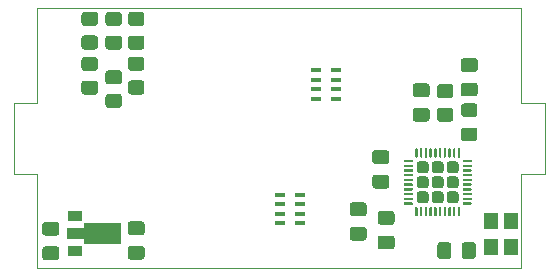
<source format=gbp>
G04 #@! TF.GenerationSoftware,KiCad,Pcbnew,(5.1.10)-1*
G04 #@! TF.CreationDate,2023-01-31T14:41:16+02:00*
G04 #@! TF.ProjectId,voltmeter,766f6c74-6d65-4746-9572-2e6b69636164,rev?*
G04 #@! TF.SameCoordinates,Original*
G04 #@! TF.FileFunction,Paste,Bot*
G04 #@! TF.FilePolarity,Positive*
%FSLAX46Y46*%
G04 Gerber Fmt 4.6, Leading zero omitted, Abs format (unit mm)*
G04 Created by KiCad (PCBNEW (5.1.10)-1) date 2023-01-31 14:41:16*
%MOMM*%
%LPD*%
G01*
G04 APERTURE LIST*
G04 #@! TA.AperFunction,Profile*
%ADD10C,0.050000*%
G04 #@! TD*
%ADD11R,1.200000X1.400000*%
%ADD12R,0.900000X0.400000*%
%ADD13C,0.100000*%
%ADD14R,1.300000X0.900000*%
G04 APERTURE END LIST*
D10*
X52578000Y-78048000D02*
X52578000Y-86048000D01*
X50578000Y-86048000D02*
X50578000Y-92048000D01*
X52578000Y-86048000D02*
X50578000Y-86048000D01*
X52578000Y-92048000D02*
X50578000Y-92048000D01*
X52578000Y-92048000D02*
X52578000Y-100048000D01*
X93578000Y-92048000D02*
X93578000Y-100048000D01*
X95578000Y-92048000D02*
X93578000Y-92048000D01*
X95578000Y-86048000D02*
X93578000Y-86048000D01*
X95578000Y-86048000D02*
X95578000Y-92048000D01*
X52578000Y-100048000D02*
X93578000Y-100048000D01*
X93578000Y-78048000D02*
X93578000Y-86048000D01*
X52578000Y-78048000D02*
X93578000Y-78048000D01*
D11*
X92683700Y-98274200D03*
X92683700Y-96074200D03*
X90983700Y-96074200D03*
X90983700Y-98274200D03*
D12*
X74864700Y-93853300D03*
X74864700Y-94653300D03*
X74864700Y-95453300D03*
X74864700Y-96253300D03*
X73164700Y-93853300D03*
X73164700Y-96253300D03*
X73164700Y-94653300D03*
X73164700Y-95453300D03*
G36*
G01*
X79281000Y-96553500D02*
X80231000Y-96553500D01*
G75*
G02*
X80481000Y-96803500I0J-250000D01*
G01*
X80481000Y-97478500D01*
G75*
G02*
X80231000Y-97728500I-250000J0D01*
G01*
X79281000Y-97728500D01*
G75*
G02*
X79031000Y-97478500I0J250000D01*
G01*
X79031000Y-96803500D01*
G75*
G02*
X79281000Y-96553500I250000J0D01*
G01*
G37*
G36*
G01*
X79281000Y-94478500D02*
X80231000Y-94478500D01*
G75*
G02*
X80481000Y-94728500I0J-250000D01*
G01*
X80481000Y-95403500D01*
G75*
G02*
X80231000Y-95653500I-250000J0D01*
G01*
X79281000Y-95653500D01*
G75*
G02*
X79031000Y-95403500I0J250000D01*
G01*
X79031000Y-94728500D01*
G75*
G02*
X79281000Y-94478500I250000J0D01*
G01*
G37*
G36*
G01*
X81643200Y-97285200D02*
X82593200Y-97285200D01*
G75*
G02*
X82843200Y-97535200I0J-250000D01*
G01*
X82843200Y-98210200D01*
G75*
G02*
X82593200Y-98460200I-250000J0D01*
G01*
X81643200Y-98460200D01*
G75*
G02*
X81393200Y-98210200I0J250000D01*
G01*
X81393200Y-97535200D01*
G75*
G02*
X81643200Y-97285200I250000J0D01*
G01*
G37*
G36*
G01*
X81643200Y-95210200D02*
X82593200Y-95210200D01*
G75*
G02*
X82843200Y-95460200I0J-250000D01*
G01*
X82843200Y-96135200D01*
G75*
G02*
X82593200Y-96385200I-250000J0D01*
G01*
X81643200Y-96385200D01*
G75*
G02*
X81393200Y-96135200I0J250000D01*
G01*
X81393200Y-95460200D01*
G75*
G02*
X81643200Y-95210200I250000J0D01*
G01*
G37*
G36*
G01*
X82136000Y-91237800D02*
X81186000Y-91237800D01*
G75*
G02*
X80936000Y-90987800I0J250000D01*
G01*
X80936000Y-90312800D01*
G75*
G02*
X81186000Y-90062800I250000J0D01*
G01*
X82136000Y-90062800D01*
G75*
G02*
X82386000Y-90312800I0J-250000D01*
G01*
X82386000Y-90987800D01*
G75*
G02*
X82136000Y-91237800I-250000J0D01*
G01*
G37*
G36*
G01*
X82136000Y-93312800D02*
X81186000Y-93312800D01*
G75*
G02*
X80936000Y-93062800I0J250000D01*
G01*
X80936000Y-92387800D01*
G75*
G02*
X81186000Y-92137800I250000J0D01*
G01*
X82136000Y-92137800D01*
G75*
G02*
X82386000Y-92387800I0J-250000D01*
G01*
X82386000Y-93062800D01*
G75*
G02*
X82136000Y-93312800I-250000J0D01*
G01*
G37*
D13*
G36*
X59704000Y-97964500D02*
G01*
X56579000Y-97964500D01*
X56579000Y-97548000D01*
X55104000Y-97548000D01*
X55104000Y-96648000D01*
X56579000Y-96648000D01*
X56579000Y-96231500D01*
X59704000Y-96231500D01*
X59704000Y-97964500D01*
G37*
D14*
X55754000Y-95598000D03*
X55754000Y-98598000D03*
G36*
G01*
X60485000Y-98161500D02*
X61435000Y-98161500D01*
G75*
G02*
X61685000Y-98411500I0J-250000D01*
G01*
X61685000Y-99086500D01*
G75*
G02*
X61435000Y-99336500I-250000J0D01*
G01*
X60485000Y-99336500D01*
G75*
G02*
X60235000Y-99086500I0J250000D01*
G01*
X60235000Y-98411500D01*
G75*
G02*
X60485000Y-98161500I250000J0D01*
G01*
G37*
G36*
G01*
X60485000Y-96086500D02*
X61435000Y-96086500D01*
G75*
G02*
X61685000Y-96336500I0J-250000D01*
G01*
X61685000Y-97011500D01*
G75*
G02*
X61435000Y-97261500I-250000J0D01*
G01*
X60485000Y-97261500D01*
G75*
G02*
X60235000Y-97011500I0J250000D01*
G01*
X60235000Y-96336500D01*
G75*
G02*
X60485000Y-96086500I250000J0D01*
G01*
G37*
G36*
G01*
X53246000Y-98204500D02*
X54196000Y-98204500D01*
G75*
G02*
X54446000Y-98454500I0J-250000D01*
G01*
X54446000Y-99129500D01*
G75*
G02*
X54196000Y-99379500I-250000J0D01*
G01*
X53246000Y-99379500D01*
G75*
G02*
X52996000Y-99129500I0J250000D01*
G01*
X52996000Y-98454500D01*
G75*
G02*
X53246000Y-98204500I250000J0D01*
G01*
G37*
G36*
G01*
X53246000Y-96129500D02*
X54196000Y-96129500D01*
G75*
G02*
X54446000Y-96379500I0J-250000D01*
G01*
X54446000Y-97054500D01*
G75*
G02*
X54196000Y-97304500I-250000J0D01*
G01*
X53246000Y-97304500D01*
G75*
G02*
X52996000Y-97054500I0J250000D01*
G01*
X52996000Y-96379500D01*
G75*
G02*
X53246000Y-96129500I250000J0D01*
G01*
G37*
G36*
G01*
X89604001Y-87250000D02*
X88703999Y-87250000D01*
G75*
G02*
X88454000Y-87000001I0J249999D01*
G01*
X88454000Y-86349999D01*
G75*
G02*
X88703999Y-86100000I249999J0D01*
G01*
X89604001Y-86100000D01*
G75*
G02*
X89854000Y-86349999I0J-249999D01*
G01*
X89854000Y-87000001D01*
G75*
G02*
X89604001Y-87250000I-249999J0D01*
G01*
G37*
G36*
G01*
X89604001Y-89300000D02*
X88703999Y-89300000D01*
G75*
G02*
X88454000Y-89050001I0J249999D01*
G01*
X88454000Y-88399999D01*
G75*
G02*
X88703999Y-88150000I249999J0D01*
G01*
X89604001Y-88150000D01*
G75*
G02*
X89854000Y-88399999I0J-249999D01*
G01*
X89854000Y-89050001D01*
G75*
G02*
X89604001Y-89300000I-249999J0D01*
G01*
G37*
G36*
G01*
X89629000Y-83440000D02*
X88679000Y-83440000D01*
G75*
G02*
X88429000Y-83190000I0J250000D01*
G01*
X88429000Y-82515000D01*
G75*
G02*
X88679000Y-82265000I250000J0D01*
G01*
X89629000Y-82265000D01*
G75*
G02*
X89879000Y-82515000I0J-250000D01*
G01*
X89879000Y-83190000D01*
G75*
G02*
X89629000Y-83440000I-250000J0D01*
G01*
G37*
G36*
G01*
X89629000Y-85515000D02*
X88679000Y-85515000D01*
G75*
G02*
X88429000Y-85265000I0J250000D01*
G01*
X88429000Y-84590000D01*
G75*
G02*
X88679000Y-84340000I250000J0D01*
G01*
X89629000Y-84340000D01*
G75*
G02*
X89879000Y-84590000I0J-250000D01*
G01*
X89879000Y-85265000D01*
G75*
G02*
X89629000Y-85515000I-250000J0D01*
G01*
G37*
G36*
G01*
X85565000Y-85577500D02*
X84615000Y-85577500D01*
G75*
G02*
X84365000Y-85327500I0J250000D01*
G01*
X84365000Y-84652500D01*
G75*
G02*
X84615000Y-84402500I250000J0D01*
G01*
X85565000Y-84402500D01*
G75*
G02*
X85815000Y-84652500I0J-250000D01*
G01*
X85815000Y-85327500D01*
G75*
G02*
X85565000Y-85577500I-250000J0D01*
G01*
G37*
G36*
G01*
X85565000Y-87652500D02*
X84615000Y-87652500D01*
G75*
G02*
X84365000Y-87402500I0J250000D01*
G01*
X84365000Y-86727500D01*
G75*
G02*
X84615000Y-86477500I250000J0D01*
G01*
X85565000Y-86477500D01*
G75*
G02*
X85815000Y-86727500I0J-250000D01*
G01*
X85815000Y-87402500D01*
G75*
G02*
X85565000Y-87652500I-250000J0D01*
G01*
G37*
G36*
G01*
X87628400Y-98083500D02*
X87628400Y-99033500D01*
G75*
G02*
X87378400Y-99283500I-250000J0D01*
G01*
X86703400Y-99283500D01*
G75*
G02*
X86453400Y-99033500I0J250000D01*
G01*
X86453400Y-98083500D01*
G75*
G02*
X86703400Y-97833500I250000J0D01*
G01*
X87378400Y-97833500D01*
G75*
G02*
X87628400Y-98083500I0J-250000D01*
G01*
G37*
G36*
G01*
X89703400Y-98083500D02*
X89703400Y-99033500D01*
G75*
G02*
X89453400Y-99283500I-250000J0D01*
G01*
X88778400Y-99283500D01*
G75*
G02*
X88528400Y-99033500I0J250000D01*
G01*
X88528400Y-98083500D01*
G75*
G02*
X88778400Y-97833500I250000J0D01*
G01*
X89453400Y-97833500D01*
G75*
G02*
X89703400Y-98083500I0J-250000D01*
G01*
G37*
G36*
G01*
X61410001Y-79553000D02*
X60509999Y-79553000D01*
G75*
G02*
X60260000Y-79303001I0J249999D01*
G01*
X60260000Y-78602999D01*
G75*
G02*
X60509999Y-78353000I249999J0D01*
G01*
X61410001Y-78353000D01*
G75*
G02*
X61660000Y-78602999I0J-249999D01*
G01*
X61660000Y-79303001D01*
G75*
G02*
X61410001Y-79553000I-249999J0D01*
G01*
G37*
G36*
G01*
X61410001Y-81553000D02*
X60509999Y-81553000D01*
G75*
G02*
X60260000Y-81303001I0J249999D01*
G01*
X60260000Y-80602999D01*
G75*
G02*
X60509999Y-80353000I249999J0D01*
G01*
X61410001Y-80353000D01*
G75*
G02*
X61660000Y-80602999I0J-249999D01*
G01*
X61660000Y-81303001D01*
G75*
G02*
X61410001Y-81553000I-249999J0D01*
G01*
G37*
G36*
G01*
X61410001Y-83347000D02*
X60509999Y-83347000D01*
G75*
G02*
X60260000Y-83097001I0J249999D01*
G01*
X60260000Y-82396999D01*
G75*
G02*
X60509999Y-82147000I249999J0D01*
G01*
X61410001Y-82147000D01*
G75*
G02*
X61660000Y-82396999I0J-249999D01*
G01*
X61660000Y-83097001D01*
G75*
G02*
X61410001Y-83347000I-249999J0D01*
G01*
G37*
G36*
G01*
X61410001Y-85347000D02*
X60509999Y-85347000D01*
G75*
G02*
X60260000Y-85097001I0J249999D01*
G01*
X60260000Y-84396999D01*
G75*
G02*
X60509999Y-84147000I249999J0D01*
G01*
X61410001Y-84147000D01*
G75*
G02*
X61660000Y-84396999I0J-249999D01*
G01*
X61660000Y-85097001D01*
G75*
G02*
X61410001Y-85347000I-249999J0D01*
G01*
G37*
G36*
G01*
X59505001Y-79553000D02*
X58604999Y-79553000D01*
G75*
G02*
X58355000Y-79303001I0J249999D01*
G01*
X58355000Y-78602999D01*
G75*
G02*
X58604999Y-78353000I249999J0D01*
G01*
X59505001Y-78353000D01*
G75*
G02*
X59755000Y-78602999I0J-249999D01*
G01*
X59755000Y-79303001D01*
G75*
G02*
X59505001Y-79553000I-249999J0D01*
G01*
G37*
G36*
G01*
X59505001Y-81553000D02*
X58604999Y-81553000D01*
G75*
G02*
X58355000Y-81303001I0J249999D01*
G01*
X58355000Y-80602999D01*
G75*
G02*
X58604999Y-80353000I249999J0D01*
G01*
X59505001Y-80353000D01*
G75*
G02*
X59755000Y-80602999I0J-249999D01*
G01*
X59755000Y-81303001D01*
G75*
G02*
X59505001Y-81553000I-249999J0D01*
G01*
G37*
G36*
G01*
X59505001Y-84490000D02*
X58604999Y-84490000D01*
G75*
G02*
X58355000Y-84240001I0J249999D01*
G01*
X58355000Y-83539999D01*
G75*
G02*
X58604999Y-83290000I249999J0D01*
G01*
X59505001Y-83290000D01*
G75*
G02*
X59755000Y-83539999I0J-249999D01*
G01*
X59755000Y-84240001D01*
G75*
G02*
X59505001Y-84490000I-249999J0D01*
G01*
G37*
G36*
G01*
X59505001Y-86490000D02*
X58604999Y-86490000D01*
G75*
G02*
X58355000Y-86240001I0J249999D01*
G01*
X58355000Y-85539999D01*
G75*
G02*
X58604999Y-85290000I249999J0D01*
G01*
X59505001Y-85290000D01*
G75*
G02*
X59755000Y-85539999I0J-249999D01*
G01*
X59755000Y-86240001D01*
G75*
G02*
X59505001Y-86490000I-249999J0D01*
G01*
G37*
G36*
G01*
X57473001Y-79537000D02*
X56572999Y-79537000D01*
G75*
G02*
X56323000Y-79287001I0J249999D01*
G01*
X56323000Y-78586999D01*
G75*
G02*
X56572999Y-78337000I249999J0D01*
G01*
X57473001Y-78337000D01*
G75*
G02*
X57723000Y-78586999I0J-249999D01*
G01*
X57723000Y-79287001D01*
G75*
G02*
X57473001Y-79537000I-249999J0D01*
G01*
G37*
G36*
G01*
X57473001Y-81537000D02*
X56572999Y-81537000D01*
G75*
G02*
X56323000Y-81287001I0J249999D01*
G01*
X56323000Y-80586999D01*
G75*
G02*
X56572999Y-80337000I249999J0D01*
G01*
X57473001Y-80337000D01*
G75*
G02*
X57723000Y-80586999I0J-249999D01*
G01*
X57723000Y-81287001D01*
G75*
G02*
X57473001Y-81537000I-249999J0D01*
G01*
G37*
G36*
G01*
X57473001Y-83363000D02*
X56572999Y-83363000D01*
G75*
G02*
X56323000Y-83113001I0J249999D01*
G01*
X56323000Y-82412999D01*
G75*
G02*
X56572999Y-82163000I249999J0D01*
G01*
X57473001Y-82163000D01*
G75*
G02*
X57723000Y-82412999I0J-249999D01*
G01*
X57723000Y-83113001D01*
G75*
G02*
X57473001Y-83363000I-249999J0D01*
G01*
G37*
G36*
G01*
X57473001Y-85363000D02*
X56572999Y-85363000D01*
G75*
G02*
X56323000Y-85113001I0J249999D01*
G01*
X56323000Y-84412999D01*
G75*
G02*
X56572999Y-84163000I249999J0D01*
G01*
X57473001Y-84163000D01*
G75*
G02*
X57723000Y-84412999I0J-249999D01*
G01*
X57723000Y-85113001D01*
G75*
G02*
X57473001Y-85363000I-249999J0D01*
G01*
G37*
D12*
X77850100Y-83286900D03*
X77850100Y-84086900D03*
X77850100Y-84886900D03*
X77850100Y-85686900D03*
X76150100Y-83286900D03*
X76150100Y-85686900D03*
X76150100Y-84086900D03*
X76150100Y-84886900D03*
G36*
G01*
X87572001Y-85665000D02*
X86671999Y-85665000D01*
G75*
G02*
X86422000Y-85415001I0J249999D01*
G01*
X86422000Y-84714999D01*
G75*
G02*
X86671999Y-84465000I249999J0D01*
G01*
X87572001Y-84465000D01*
G75*
G02*
X87822000Y-84714999I0J-249999D01*
G01*
X87822000Y-85415001D01*
G75*
G02*
X87572001Y-85665000I-249999J0D01*
G01*
G37*
G36*
G01*
X87572001Y-87665000D02*
X86671999Y-87665000D01*
G75*
G02*
X86422000Y-87415001I0J249999D01*
G01*
X86422000Y-86714999D01*
G75*
G02*
X86671999Y-86465000I249999J0D01*
G01*
X87572001Y-86465000D01*
G75*
G02*
X87822000Y-86714999I0J-249999D01*
G01*
X87822000Y-87415001D01*
G75*
G02*
X87572001Y-87665000I-249999J0D01*
G01*
G37*
G36*
G01*
X87247000Y-91770001D02*
X87247000Y-91249999D01*
G75*
G02*
X87496999Y-91000000I249999J0D01*
G01*
X88017001Y-91000000D01*
G75*
G02*
X88267000Y-91249999I0J-249999D01*
G01*
X88267000Y-91770001D01*
G75*
G02*
X88017001Y-92020000I-249999J0D01*
G01*
X87496999Y-92020000D01*
G75*
G02*
X87247000Y-91770001I0J249999D01*
G01*
G37*
G36*
G01*
X87247000Y-93040001D02*
X87247000Y-92519999D01*
G75*
G02*
X87496999Y-92270000I249999J0D01*
G01*
X88017001Y-92270000D01*
G75*
G02*
X88267000Y-92519999I0J-249999D01*
G01*
X88267000Y-93040001D01*
G75*
G02*
X88017001Y-93290000I-249999J0D01*
G01*
X87496999Y-93290000D01*
G75*
G02*
X87247000Y-93040001I0J249999D01*
G01*
G37*
G36*
G01*
X87247000Y-94310001D02*
X87247000Y-93789999D01*
G75*
G02*
X87496999Y-93540000I249999J0D01*
G01*
X88017001Y-93540000D01*
G75*
G02*
X88267000Y-93789999I0J-249999D01*
G01*
X88267000Y-94310001D01*
G75*
G02*
X88017001Y-94560000I-249999J0D01*
G01*
X87496999Y-94560000D01*
G75*
G02*
X87247000Y-94310001I0J249999D01*
G01*
G37*
G36*
G01*
X85977000Y-91770001D02*
X85977000Y-91249999D01*
G75*
G02*
X86226999Y-91000000I249999J0D01*
G01*
X86747001Y-91000000D01*
G75*
G02*
X86997000Y-91249999I0J-249999D01*
G01*
X86997000Y-91770001D01*
G75*
G02*
X86747001Y-92020000I-249999J0D01*
G01*
X86226999Y-92020000D01*
G75*
G02*
X85977000Y-91770001I0J249999D01*
G01*
G37*
G36*
G01*
X85977000Y-93040001D02*
X85977000Y-92519999D01*
G75*
G02*
X86226999Y-92270000I249999J0D01*
G01*
X86747001Y-92270000D01*
G75*
G02*
X86997000Y-92519999I0J-249999D01*
G01*
X86997000Y-93040001D01*
G75*
G02*
X86747001Y-93290000I-249999J0D01*
G01*
X86226999Y-93290000D01*
G75*
G02*
X85977000Y-93040001I0J249999D01*
G01*
G37*
G36*
G01*
X85977000Y-94310001D02*
X85977000Y-93789999D01*
G75*
G02*
X86226999Y-93540000I249999J0D01*
G01*
X86747001Y-93540000D01*
G75*
G02*
X86997000Y-93789999I0J-249999D01*
G01*
X86997000Y-94310001D01*
G75*
G02*
X86747001Y-94560000I-249999J0D01*
G01*
X86226999Y-94560000D01*
G75*
G02*
X85977000Y-94310001I0J249999D01*
G01*
G37*
G36*
G01*
X84707000Y-91770001D02*
X84707000Y-91249999D01*
G75*
G02*
X84956999Y-91000000I249999J0D01*
G01*
X85477001Y-91000000D01*
G75*
G02*
X85727000Y-91249999I0J-249999D01*
G01*
X85727000Y-91770001D01*
G75*
G02*
X85477001Y-92020000I-249999J0D01*
G01*
X84956999Y-92020000D01*
G75*
G02*
X84707000Y-91770001I0J249999D01*
G01*
G37*
G36*
G01*
X84707000Y-93040001D02*
X84707000Y-92519999D01*
G75*
G02*
X84956999Y-92270000I249999J0D01*
G01*
X85477001Y-92270000D01*
G75*
G02*
X85727000Y-92519999I0J-249999D01*
G01*
X85727000Y-93040001D01*
G75*
G02*
X85477001Y-93290000I-249999J0D01*
G01*
X84956999Y-93290000D01*
G75*
G02*
X84707000Y-93040001I0J249999D01*
G01*
G37*
G36*
G01*
X84707000Y-94310001D02*
X84707000Y-93789999D01*
G75*
G02*
X84956999Y-93540000I249999J0D01*
G01*
X85477001Y-93540000D01*
G75*
G02*
X85727000Y-93789999I0J-249999D01*
G01*
X85727000Y-94310001D01*
G75*
G02*
X85477001Y-94560000I-249999J0D01*
G01*
X84956999Y-94560000D01*
G75*
G02*
X84707000Y-94310001I0J249999D01*
G01*
G37*
G36*
G01*
X84587000Y-95605000D02*
X84587000Y-94930000D01*
G75*
G02*
X84637000Y-94880000I50000J0D01*
G01*
X84737000Y-94880000D01*
G75*
G02*
X84787000Y-94930000I0J-50000D01*
G01*
X84787000Y-95605000D01*
G75*
G02*
X84737000Y-95655000I-50000J0D01*
G01*
X84637000Y-95655000D01*
G75*
G02*
X84587000Y-95605000I0J50000D01*
G01*
G37*
G36*
G01*
X84987000Y-95605000D02*
X84987000Y-94930000D01*
G75*
G02*
X85037000Y-94880000I50000J0D01*
G01*
X85137000Y-94880000D01*
G75*
G02*
X85187000Y-94930000I0J-50000D01*
G01*
X85187000Y-95605000D01*
G75*
G02*
X85137000Y-95655000I-50000J0D01*
G01*
X85037000Y-95655000D01*
G75*
G02*
X84987000Y-95605000I0J50000D01*
G01*
G37*
G36*
G01*
X85387000Y-95605000D02*
X85387000Y-94930000D01*
G75*
G02*
X85437000Y-94880000I50000J0D01*
G01*
X85537000Y-94880000D01*
G75*
G02*
X85587000Y-94930000I0J-50000D01*
G01*
X85587000Y-95605000D01*
G75*
G02*
X85537000Y-95655000I-50000J0D01*
G01*
X85437000Y-95655000D01*
G75*
G02*
X85387000Y-95605000I0J50000D01*
G01*
G37*
G36*
G01*
X85787000Y-95605000D02*
X85787000Y-94930000D01*
G75*
G02*
X85837000Y-94880000I50000J0D01*
G01*
X85937000Y-94880000D01*
G75*
G02*
X85987000Y-94930000I0J-50000D01*
G01*
X85987000Y-95605000D01*
G75*
G02*
X85937000Y-95655000I-50000J0D01*
G01*
X85837000Y-95655000D01*
G75*
G02*
X85787000Y-95605000I0J50000D01*
G01*
G37*
G36*
G01*
X86187000Y-95605000D02*
X86187000Y-94930000D01*
G75*
G02*
X86237000Y-94880000I50000J0D01*
G01*
X86337000Y-94880000D01*
G75*
G02*
X86387000Y-94930000I0J-50000D01*
G01*
X86387000Y-95605000D01*
G75*
G02*
X86337000Y-95655000I-50000J0D01*
G01*
X86237000Y-95655000D01*
G75*
G02*
X86187000Y-95605000I0J50000D01*
G01*
G37*
G36*
G01*
X86587000Y-95605000D02*
X86587000Y-94930000D01*
G75*
G02*
X86637000Y-94880000I50000J0D01*
G01*
X86737000Y-94880000D01*
G75*
G02*
X86787000Y-94930000I0J-50000D01*
G01*
X86787000Y-95605000D01*
G75*
G02*
X86737000Y-95655000I-50000J0D01*
G01*
X86637000Y-95655000D01*
G75*
G02*
X86587000Y-95605000I0J50000D01*
G01*
G37*
G36*
G01*
X86987000Y-95605000D02*
X86987000Y-94930000D01*
G75*
G02*
X87037000Y-94880000I50000J0D01*
G01*
X87137000Y-94880000D01*
G75*
G02*
X87187000Y-94930000I0J-50000D01*
G01*
X87187000Y-95605000D01*
G75*
G02*
X87137000Y-95655000I-50000J0D01*
G01*
X87037000Y-95655000D01*
G75*
G02*
X86987000Y-95605000I0J50000D01*
G01*
G37*
G36*
G01*
X87387000Y-95605000D02*
X87387000Y-94930000D01*
G75*
G02*
X87437000Y-94880000I50000J0D01*
G01*
X87537000Y-94880000D01*
G75*
G02*
X87587000Y-94930000I0J-50000D01*
G01*
X87587000Y-95605000D01*
G75*
G02*
X87537000Y-95655000I-50000J0D01*
G01*
X87437000Y-95655000D01*
G75*
G02*
X87387000Y-95605000I0J50000D01*
G01*
G37*
G36*
G01*
X87787000Y-95605000D02*
X87787000Y-94930000D01*
G75*
G02*
X87837000Y-94880000I50000J0D01*
G01*
X87937000Y-94880000D01*
G75*
G02*
X87987000Y-94930000I0J-50000D01*
G01*
X87987000Y-95605000D01*
G75*
G02*
X87937000Y-95655000I-50000J0D01*
G01*
X87837000Y-95655000D01*
G75*
G02*
X87787000Y-95605000I0J50000D01*
G01*
G37*
G36*
G01*
X88187000Y-95605000D02*
X88187000Y-94930000D01*
G75*
G02*
X88237000Y-94880000I50000J0D01*
G01*
X88337000Y-94880000D01*
G75*
G02*
X88387000Y-94930000I0J-50000D01*
G01*
X88387000Y-95605000D01*
G75*
G02*
X88337000Y-95655000I-50000J0D01*
G01*
X88237000Y-95655000D01*
G75*
G02*
X88187000Y-95605000I0J50000D01*
G01*
G37*
G36*
G01*
X88587000Y-94630000D02*
X88587000Y-94530000D01*
G75*
G02*
X88637000Y-94480000I50000J0D01*
G01*
X89312000Y-94480000D01*
G75*
G02*
X89362000Y-94530000I0J-50000D01*
G01*
X89362000Y-94630000D01*
G75*
G02*
X89312000Y-94680000I-50000J0D01*
G01*
X88637000Y-94680000D01*
G75*
G02*
X88587000Y-94630000I0J50000D01*
G01*
G37*
G36*
G01*
X88587000Y-94230000D02*
X88587000Y-94130000D01*
G75*
G02*
X88637000Y-94080000I50000J0D01*
G01*
X89312000Y-94080000D01*
G75*
G02*
X89362000Y-94130000I0J-50000D01*
G01*
X89362000Y-94230000D01*
G75*
G02*
X89312000Y-94280000I-50000J0D01*
G01*
X88637000Y-94280000D01*
G75*
G02*
X88587000Y-94230000I0J50000D01*
G01*
G37*
G36*
G01*
X88587000Y-93830000D02*
X88587000Y-93730000D01*
G75*
G02*
X88637000Y-93680000I50000J0D01*
G01*
X89312000Y-93680000D01*
G75*
G02*
X89362000Y-93730000I0J-50000D01*
G01*
X89362000Y-93830000D01*
G75*
G02*
X89312000Y-93880000I-50000J0D01*
G01*
X88637000Y-93880000D01*
G75*
G02*
X88587000Y-93830000I0J50000D01*
G01*
G37*
G36*
G01*
X88587000Y-93430000D02*
X88587000Y-93330000D01*
G75*
G02*
X88637000Y-93280000I50000J0D01*
G01*
X89312000Y-93280000D01*
G75*
G02*
X89362000Y-93330000I0J-50000D01*
G01*
X89362000Y-93430000D01*
G75*
G02*
X89312000Y-93480000I-50000J0D01*
G01*
X88637000Y-93480000D01*
G75*
G02*
X88587000Y-93430000I0J50000D01*
G01*
G37*
G36*
G01*
X88587000Y-93030000D02*
X88587000Y-92930000D01*
G75*
G02*
X88637000Y-92880000I50000J0D01*
G01*
X89312000Y-92880000D01*
G75*
G02*
X89362000Y-92930000I0J-50000D01*
G01*
X89362000Y-93030000D01*
G75*
G02*
X89312000Y-93080000I-50000J0D01*
G01*
X88637000Y-93080000D01*
G75*
G02*
X88587000Y-93030000I0J50000D01*
G01*
G37*
G36*
G01*
X88587000Y-92630000D02*
X88587000Y-92530000D01*
G75*
G02*
X88637000Y-92480000I50000J0D01*
G01*
X89312000Y-92480000D01*
G75*
G02*
X89362000Y-92530000I0J-50000D01*
G01*
X89362000Y-92630000D01*
G75*
G02*
X89312000Y-92680000I-50000J0D01*
G01*
X88637000Y-92680000D01*
G75*
G02*
X88587000Y-92630000I0J50000D01*
G01*
G37*
G36*
G01*
X88587000Y-92230000D02*
X88587000Y-92130000D01*
G75*
G02*
X88637000Y-92080000I50000J0D01*
G01*
X89312000Y-92080000D01*
G75*
G02*
X89362000Y-92130000I0J-50000D01*
G01*
X89362000Y-92230000D01*
G75*
G02*
X89312000Y-92280000I-50000J0D01*
G01*
X88637000Y-92280000D01*
G75*
G02*
X88587000Y-92230000I0J50000D01*
G01*
G37*
G36*
G01*
X88587000Y-91830000D02*
X88587000Y-91730000D01*
G75*
G02*
X88637000Y-91680000I50000J0D01*
G01*
X89312000Y-91680000D01*
G75*
G02*
X89362000Y-91730000I0J-50000D01*
G01*
X89362000Y-91830000D01*
G75*
G02*
X89312000Y-91880000I-50000J0D01*
G01*
X88637000Y-91880000D01*
G75*
G02*
X88587000Y-91830000I0J50000D01*
G01*
G37*
G36*
G01*
X88587000Y-91430000D02*
X88587000Y-91330000D01*
G75*
G02*
X88637000Y-91280000I50000J0D01*
G01*
X89312000Y-91280000D01*
G75*
G02*
X89362000Y-91330000I0J-50000D01*
G01*
X89362000Y-91430000D01*
G75*
G02*
X89312000Y-91480000I-50000J0D01*
G01*
X88637000Y-91480000D01*
G75*
G02*
X88587000Y-91430000I0J50000D01*
G01*
G37*
G36*
G01*
X88587000Y-91030000D02*
X88587000Y-90930000D01*
G75*
G02*
X88637000Y-90880000I50000J0D01*
G01*
X89312000Y-90880000D01*
G75*
G02*
X89362000Y-90930000I0J-50000D01*
G01*
X89362000Y-91030000D01*
G75*
G02*
X89312000Y-91080000I-50000J0D01*
G01*
X88637000Y-91080000D01*
G75*
G02*
X88587000Y-91030000I0J50000D01*
G01*
G37*
G36*
G01*
X88187000Y-90630000D02*
X88187000Y-89955000D01*
G75*
G02*
X88237000Y-89905000I50000J0D01*
G01*
X88337000Y-89905000D01*
G75*
G02*
X88387000Y-89955000I0J-50000D01*
G01*
X88387000Y-90630000D01*
G75*
G02*
X88337000Y-90680000I-50000J0D01*
G01*
X88237000Y-90680000D01*
G75*
G02*
X88187000Y-90630000I0J50000D01*
G01*
G37*
G36*
G01*
X87787000Y-90630000D02*
X87787000Y-89955000D01*
G75*
G02*
X87837000Y-89905000I50000J0D01*
G01*
X87937000Y-89905000D01*
G75*
G02*
X87987000Y-89955000I0J-50000D01*
G01*
X87987000Y-90630000D01*
G75*
G02*
X87937000Y-90680000I-50000J0D01*
G01*
X87837000Y-90680000D01*
G75*
G02*
X87787000Y-90630000I0J50000D01*
G01*
G37*
G36*
G01*
X87387000Y-90630000D02*
X87387000Y-89955000D01*
G75*
G02*
X87437000Y-89905000I50000J0D01*
G01*
X87537000Y-89905000D01*
G75*
G02*
X87587000Y-89955000I0J-50000D01*
G01*
X87587000Y-90630000D01*
G75*
G02*
X87537000Y-90680000I-50000J0D01*
G01*
X87437000Y-90680000D01*
G75*
G02*
X87387000Y-90630000I0J50000D01*
G01*
G37*
G36*
G01*
X86987000Y-90630000D02*
X86987000Y-89955000D01*
G75*
G02*
X87037000Y-89905000I50000J0D01*
G01*
X87137000Y-89905000D01*
G75*
G02*
X87187000Y-89955000I0J-50000D01*
G01*
X87187000Y-90630000D01*
G75*
G02*
X87137000Y-90680000I-50000J0D01*
G01*
X87037000Y-90680000D01*
G75*
G02*
X86987000Y-90630000I0J50000D01*
G01*
G37*
G36*
G01*
X86587000Y-90630000D02*
X86587000Y-89955000D01*
G75*
G02*
X86637000Y-89905000I50000J0D01*
G01*
X86737000Y-89905000D01*
G75*
G02*
X86787000Y-89955000I0J-50000D01*
G01*
X86787000Y-90630000D01*
G75*
G02*
X86737000Y-90680000I-50000J0D01*
G01*
X86637000Y-90680000D01*
G75*
G02*
X86587000Y-90630000I0J50000D01*
G01*
G37*
G36*
G01*
X86187000Y-90630000D02*
X86187000Y-89955000D01*
G75*
G02*
X86237000Y-89905000I50000J0D01*
G01*
X86337000Y-89905000D01*
G75*
G02*
X86387000Y-89955000I0J-50000D01*
G01*
X86387000Y-90630000D01*
G75*
G02*
X86337000Y-90680000I-50000J0D01*
G01*
X86237000Y-90680000D01*
G75*
G02*
X86187000Y-90630000I0J50000D01*
G01*
G37*
G36*
G01*
X85787000Y-90630000D02*
X85787000Y-89955000D01*
G75*
G02*
X85837000Y-89905000I50000J0D01*
G01*
X85937000Y-89905000D01*
G75*
G02*
X85987000Y-89955000I0J-50000D01*
G01*
X85987000Y-90630000D01*
G75*
G02*
X85937000Y-90680000I-50000J0D01*
G01*
X85837000Y-90680000D01*
G75*
G02*
X85787000Y-90630000I0J50000D01*
G01*
G37*
G36*
G01*
X85387000Y-90630000D02*
X85387000Y-89955000D01*
G75*
G02*
X85437000Y-89905000I50000J0D01*
G01*
X85537000Y-89905000D01*
G75*
G02*
X85587000Y-89955000I0J-50000D01*
G01*
X85587000Y-90630000D01*
G75*
G02*
X85537000Y-90680000I-50000J0D01*
G01*
X85437000Y-90680000D01*
G75*
G02*
X85387000Y-90630000I0J50000D01*
G01*
G37*
G36*
G01*
X84987000Y-90630000D02*
X84987000Y-89955000D01*
G75*
G02*
X85037000Y-89905000I50000J0D01*
G01*
X85137000Y-89905000D01*
G75*
G02*
X85187000Y-89955000I0J-50000D01*
G01*
X85187000Y-90630000D01*
G75*
G02*
X85137000Y-90680000I-50000J0D01*
G01*
X85037000Y-90680000D01*
G75*
G02*
X84987000Y-90630000I0J50000D01*
G01*
G37*
G36*
G01*
X84587000Y-90630000D02*
X84587000Y-89955000D01*
G75*
G02*
X84637000Y-89905000I50000J0D01*
G01*
X84737000Y-89905000D01*
G75*
G02*
X84787000Y-89955000I0J-50000D01*
G01*
X84787000Y-90630000D01*
G75*
G02*
X84737000Y-90680000I-50000J0D01*
G01*
X84637000Y-90680000D01*
G75*
G02*
X84587000Y-90630000I0J50000D01*
G01*
G37*
G36*
G01*
X83612000Y-91030000D02*
X83612000Y-90930000D01*
G75*
G02*
X83662000Y-90880000I50000J0D01*
G01*
X84337000Y-90880000D01*
G75*
G02*
X84387000Y-90930000I0J-50000D01*
G01*
X84387000Y-91030000D01*
G75*
G02*
X84337000Y-91080000I-50000J0D01*
G01*
X83662000Y-91080000D01*
G75*
G02*
X83612000Y-91030000I0J50000D01*
G01*
G37*
G36*
G01*
X83612000Y-91430000D02*
X83612000Y-91330000D01*
G75*
G02*
X83662000Y-91280000I50000J0D01*
G01*
X84337000Y-91280000D01*
G75*
G02*
X84387000Y-91330000I0J-50000D01*
G01*
X84387000Y-91430000D01*
G75*
G02*
X84337000Y-91480000I-50000J0D01*
G01*
X83662000Y-91480000D01*
G75*
G02*
X83612000Y-91430000I0J50000D01*
G01*
G37*
G36*
G01*
X83612000Y-91830000D02*
X83612000Y-91730000D01*
G75*
G02*
X83662000Y-91680000I50000J0D01*
G01*
X84337000Y-91680000D01*
G75*
G02*
X84387000Y-91730000I0J-50000D01*
G01*
X84387000Y-91830000D01*
G75*
G02*
X84337000Y-91880000I-50000J0D01*
G01*
X83662000Y-91880000D01*
G75*
G02*
X83612000Y-91830000I0J50000D01*
G01*
G37*
G36*
G01*
X83612000Y-92230000D02*
X83612000Y-92130000D01*
G75*
G02*
X83662000Y-92080000I50000J0D01*
G01*
X84337000Y-92080000D01*
G75*
G02*
X84387000Y-92130000I0J-50000D01*
G01*
X84387000Y-92230000D01*
G75*
G02*
X84337000Y-92280000I-50000J0D01*
G01*
X83662000Y-92280000D01*
G75*
G02*
X83612000Y-92230000I0J50000D01*
G01*
G37*
G36*
G01*
X83612000Y-92630000D02*
X83612000Y-92530000D01*
G75*
G02*
X83662000Y-92480000I50000J0D01*
G01*
X84337000Y-92480000D01*
G75*
G02*
X84387000Y-92530000I0J-50000D01*
G01*
X84387000Y-92630000D01*
G75*
G02*
X84337000Y-92680000I-50000J0D01*
G01*
X83662000Y-92680000D01*
G75*
G02*
X83612000Y-92630000I0J50000D01*
G01*
G37*
G36*
G01*
X83612000Y-93030000D02*
X83612000Y-92930000D01*
G75*
G02*
X83662000Y-92880000I50000J0D01*
G01*
X84337000Y-92880000D01*
G75*
G02*
X84387000Y-92930000I0J-50000D01*
G01*
X84387000Y-93030000D01*
G75*
G02*
X84337000Y-93080000I-50000J0D01*
G01*
X83662000Y-93080000D01*
G75*
G02*
X83612000Y-93030000I0J50000D01*
G01*
G37*
G36*
G01*
X83612000Y-93430000D02*
X83612000Y-93330000D01*
G75*
G02*
X83662000Y-93280000I50000J0D01*
G01*
X84337000Y-93280000D01*
G75*
G02*
X84387000Y-93330000I0J-50000D01*
G01*
X84387000Y-93430000D01*
G75*
G02*
X84337000Y-93480000I-50000J0D01*
G01*
X83662000Y-93480000D01*
G75*
G02*
X83612000Y-93430000I0J50000D01*
G01*
G37*
G36*
G01*
X83612000Y-93830000D02*
X83612000Y-93730000D01*
G75*
G02*
X83662000Y-93680000I50000J0D01*
G01*
X84337000Y-93680000D01*
G75*
G02*
X84387000Y-93730000I0J-50000D01*
G01*
X84387000Y-93830000D01*
G75*
G02*
X84337000Y-93880000I-50000J0D01*
G01*
X83662000Y-93880000D01*
G75*
G02*
X83612000Y-93830000I0J50000D01*
G01*
G37*
G36*
G01*
X83612000Y-94230000D02*
X83612000Y-94130000D01*
G75*
G02*
X83662000Y-94080000I50000J0D01*
G01*
X84337000Y-94080000D01*
G75*
G02*
X84387000Y-94130000I0J-50000D01*
G01*
X84387000Y-94230000D01*
G75*
G02*
X84337000Y-94280000I-50000J0D01*
G01*
X83662000Y-94280000D01*
G75*
G02*
X83612000Y-94230000I0J50000D01*
G01*
G37*
G36*
G01*
X83612000Y-94630000D02*
X83612000Y-94530000D01*
G75*
G02*
X83662000Y-94480000I50000J0D01*
G01*
X84337000Y-94480000D01*
G75*
G02*
X84387000Y-94530000I0J-50000D01*
G01*
X84387000Y-94630000D01*
G75*
G02*
X84337000Y-94680000I-50000J0D01*
G01*
X83662000Y-94680000D01*
G75*
G02*
X83612000Y-94630000I0J50000D01*
G01*
G37*
M02*

</source>
